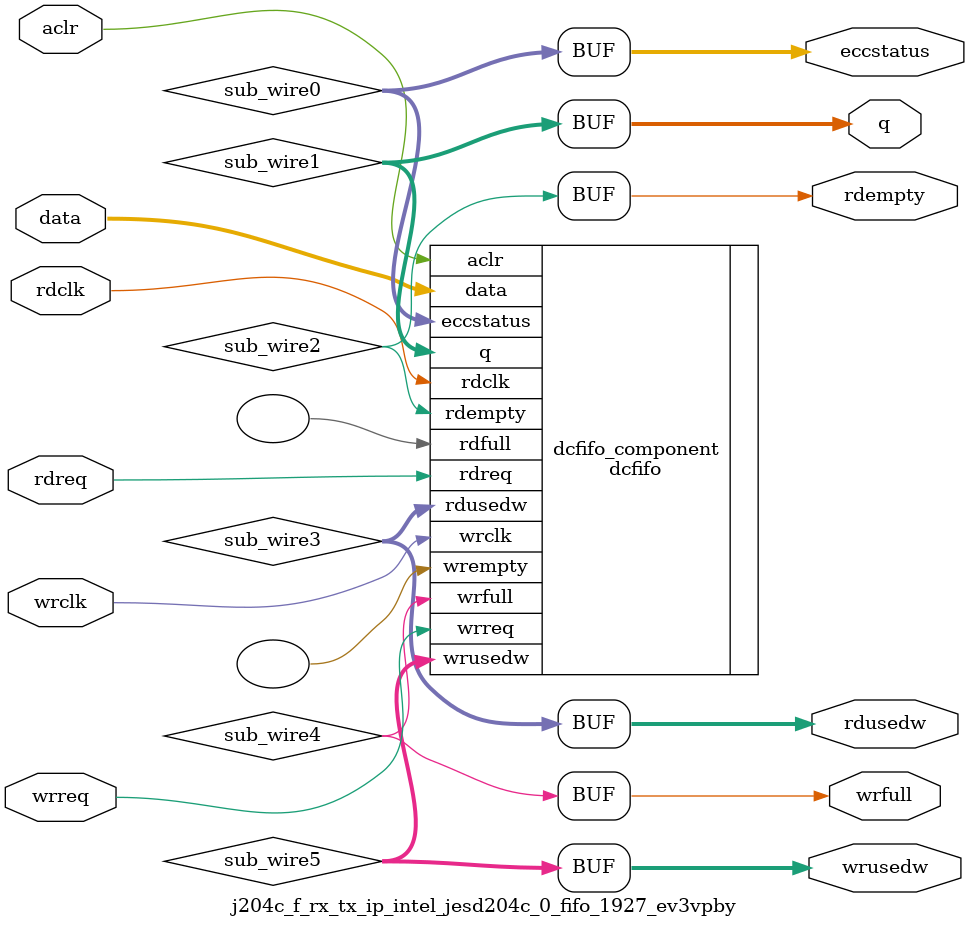
<source format=v>



`timescale 1 ps / 1 ps
// synopsys translate_on
module  j204c_f_rx_tx_ip_intel_jesd204c_0_fifo_1927_ev3vpby  (
    aclr,
    data,
    rdclk,
    rdreq,
    wrclk,
    wrreq,
    eccstatus,
    q,
    rdempty,
    rdusedw,
    wrfull,
    wrusedw);

    input    aclr;
    input  [131:0]  data;
    input    rdclk;
    input    rdreq;
    input    wrclk;
    input    wrreq;
    output [1:0]  eccstatus;
    output [131:0]  q;
    output   rdempty;
    output [2:0]  rdusedw;
    output   wrfull;
    output [2:0]  wrusedw;
`ifndef ALTERA_RESERVED_QIS
// synopsys translate_off
`endif
    tri0     aclr;
`ifndef ALTERA_RESERVED_QIS
// synopsys translate_on
`endif

    wire [1:0] sub_wire0;
    wire [131:0] sub_wire1;
    wire  sub_wire2;
    wire [2:0] sub_wire3;
    wire  sub_wire4;
    wire [2:0] sub_wire5;
    wire [1:0] eccstatus = sub_wire0[1:0];
    wire [131:0] q = sub_wire1[131:0];
    wire  rdempty = sub_wire2;
    wire [2:0] rdusedw = sub_wire3[2:0];
    wire  wrfull = sub_wire4;
    wire [2:0] wrusedw = sub_wire5[2:0];

    dcfifo  dcfifo_component (
                .aclr (aclr),
                .data (data),
                .rdclk (rdclk),
                .rdreq (rdreq),
                .wrclk (wrclk),
                .wrreq (wrreq),
                .eccstatus (sub_wire0),
                .q (sub_wire1),
                .rdempty (sub_wire2),
                .rdusedw (sub_wire3),
                .wrfull (sub_wire4),
                .wrusedw (sub_wire5),
                .rdfull (),
                .wrempty ());
    defparam
        dcfifo_component.enable_ecc  = "TRUE",
        dcfifo_component.intended_device_family  = "Agilex 7",
        dcfifo_component.lpm_hint  = "RAM_BLOCK_TYPE=M20K,MAXIMUM_DEPTH=128,DISABLE_DCFIFO_EMBEDDED_TIMING_CONSTRAINT=TRUE",
        dcfifo_component.lpm_numwords  = 8,
        dcfifo_component.lpm_showahead  = "OFF",
        dcfifo_component.lpm_type  = "dcfifo",
        dcfifo_component.lpm_width  = 132,
        dcfifo_component.lpm_widthu  = 3,
        dcfifo_component.overflow_checking  = "ON",
        dcfifo_component.rdsync_delaypipe  = 4,
        dcfifo_component.read_aclr_synch  = "ON",
        dcfifo_component.underflow_checking  = "ON",
        dcfifo_component.use_eab  = "ON",
        dcfifo_component.write_aclr_synch  = "ON",
        dcfifo_component.wrsync_delaypipe  = 4;


endmodule



</source>
